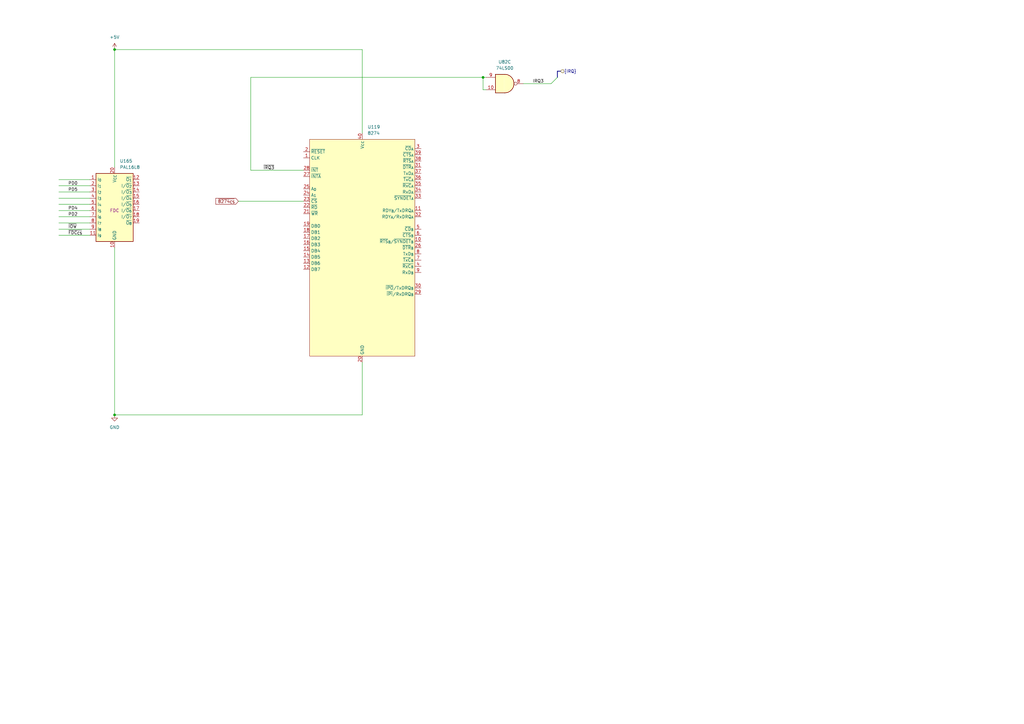
<source format=kicad_sch>
(kicad_sch (version 20250114) (generator "eeschema") (generator_version "9.0")
  (paper "A3")
  (lib_symbols
    (symbol "74xx:74LS00" (pin_names (offset 1.016))
      (property "Reference" "U" (at 0 1.27 0))
      (property "Value" "74LS00" (at 0 -1.27 0))
      (symbol "74LS00_1_1"
        (arc (start 0 3.81) (mid 3.7934 0) (end 0 -3.81) (stroke (width 0.254)) (fill (type background)))
        (polyline (pts (xy 0 3.81) (xy -3.81 3.81) (xy -3.81 -3.81) (xy 0 -3.81)) (stroke (width 0.254)) (fill (type background)))
        (pin input line (at -7.62 2.54 0) (length 3.81) (name "~") (number "1"))
        (pin input line (at -7.62 -2.54 0) (length 3.81) (name "~") (number "2"))
        (pin output inverted (at 7.62 0 180) (length 3.81) (name "~") (number "3"))
      )
      (symbol "74LS00_1_2"
        (arc (start -3.81 3.81) (mid -2.589 0) (end -3.81 -3.81) (stroke (width 0.254)))
        (polyline (pts (xy -3.81 3.81) (xy -0.635 3.81)) (stroke (width 0.254)) (fill (type background)))
        (polyline (pts (xy -3.81 -3.81) (xy -0.635 -3.81)) (stroke (width 0.254)) (fill (type background)))
        (arc (start 3.81 0) (mid 2.1855 -2.584) (end -0.6096 -3.81) (stroke (width 0.254)) (fill (type background)))
        (arc (start -0.6096 3.81) (mid 2.1928 2.5924) (end 3.81 0) (stroke (width 0.254)) (fill (type background)))
        (polyline (pts (xy -0.635 3.81) (xy -3.81 3.81) (xy -3.81 3.81) (xy -3.556 3.4036) (xy -3.0226 2.2606) (xy -2.6924 1.0414) (xy -2.6162 -0.254) (xy -2.7686 -1.4986) (xy -3.175 -2.7178) (xy -3.81 -3.81) (xy -3.81 -3.81) (xy -0.635 -3.81)) (stroke (width -25.4)) (fill (type background)))
        (pin input inverted (at -7.62 2.54 0) (length 4.318) (name "~") (number "1"))
        (pin input inverted (at -7.62 -2.54 0) (length 4.318) (name "~") (number "2"))
        (pin output line (at 7.62 0 180) (length 3.81) (name "~") (number "3"))
      )
      (symbol "74LS00_2_1"
        (arc (start 0 3.81) (mid 3.7934 0) (end 0 -3.81) (stroke (width 0.254)) (fill (type background)))
        (polyline (pts (xy 0 3.81) (xy -3.81 3.81) (xy -3.81 -3.81) (xy 0 -3.81)) (stroke (width 0.254)) (fill (type background)))
        (pin input line (at -7.62 2.54 0) (length 3.81) (name "~") (number "4"))
        (pin input line (at -7.62 -2.54 0) (length 3.81) (name "~") (number "5"))
        (pin output inverted (at 7.62 0 180) (length 3.81) (name "~") (number "6"))
      )
      (symbol "74LS00_2_2"
        (arc (start -3.81 3.81) (mid -2.589 0) (end -3.81 -3.81) (stroke (width 0.254)))
        (polyline (pts (xy -3.81 3.81) (xy -0.635 3.81)) (stroke (width 0.254)) (fill (type background)))
        (polyline (pts (xy -3.81 -3.81) (xy -0.635 -3.81)) (stroke (width 0.254)) (fill (type background)))
        (arc (start 3.81 0) (mid 2.1855 -2.584) (end -0.6096 -3.81) (stroke (width 0.254)) (fill (type background)))
        (arc (start -0.6096 3.81) (mid 2.1928 2.5924) (end 3.81 0) (stroke (width 0.254)) (fill (type background)))
        (polyline (pts (xy -0.635 3.81) (xy -3.81 3.81) (xy -3.81 3.81) (xy -3.556 3.4036) (xy -3.0226 2.2606) (xy -2.6924 1.0414) (xy -2.6162 -0.254) (xy -2.7686 -1.4986) (xy -3.175 -2.7178) (xy -3.81 -3.81) (xy -3.81 -3.81) (xy -0.635 -3.81)) (stroke (width -25.4)) (fill (type background)))
        (pin input inverted (at -7.62 2.54 0) (length 4.318) (name "~") (number "4"))
        (pin input inverted (at -7.62 -2.54 0) (length 4.318) (name "~") (number "5"))
        (pin output line (at 7.62 0 180) (length 3.81) (name "~") (number "6"))
      )
      (symbol "74LS00_3_1"
        (arc (start 0 3.81) (mid 3.7934 0) (end 0 -3.81) (stroke (width 0.254)) (fill (type background)))
        (polyline (pts (xy 0 3.81) (xy -3.81 3.81) (xy -3.81 -3.81) (xy 0 -3.81)) (stroke (width 0.254)) (fill (type background)))
        (pin input line (at -7.62 2.54 0) (length 3.81) (name "~") (number "9"))
        (pin input line (at -7.62 -2.54 0) (length 3.81) (name "~") (number "10"))
        (pin output inverted (at 7.62 0 180) (length 3.81) (name "~") (number "8"))
      )
      (symbol "74LS00_3_2"
        (arc (start -3.81 3.81) (mid -2.589 0) (end -3.81 -3.81) (stroke (width 0.254)))
        (polyline (pts (xy -3.81 3.81) (xy -0.635 3.81)) (stroke (width 0.254)) (fill (type background)))
        (polyline (pts (xy -3.81 -3.81) (xy -0.635 -3.81)) (stroke (width 0.254)) (fill (type background)))
        (arc (start 3.81 0) (mid 2.1855 -2.584) (end -0.6096 -3.81) (stroke (width 0.254)) (fill (type background)))
        (arc (start -0.6096 3.81) (mid 2.1928 2.5924) (end 3.81 0) (stroke (width 0.254)) (fill (type background)))
        (polyline (pts (xy -0.635 3.81) (xy -3.81 3.81) (xy -3.81 3.81) (xy -3.556 3.4036) (xy -3.0226 2.2606) (xy -2.6924 1.0414) (xy -2.6162 -0.254) (xy -2.7686 -1.4986) (xy -3.175 -2.7178) (xy -3.81 -3.81) (xy -3.81 -3.81) (xy -0.635 -3.81)) (stroke (width -25.4)) (fill (type background)))
        (pin input inverted (at -7.62 2.54 0) (length 4.318) (name "~") (number "9"))
        (pin input inverted (at -7.62 -2.54 0) (length 4.318) (name "~") (number "10"))
        (pin output line (at 7.62 0 180) (length 3.81) (name "~") (number "8"))
      )
      (symbol "74LS00_4_1"
        (arc (start 0 3.81) (mid 3.7934 0) (end 0 -3.81) (stroke (width 0.254)) (fill (type background)))
        (polyline (pts (xy 0 3.81) (xy -3.81 3.81) (xy -3.81 -3.81) (xy 0 -3.81)) (stroke (width 0.254)) (fill (type background)))
        (pin input line (at -7.62 2.54 0) (length 3.81) (name "~") (number "12"))
        (pin input line (at -7.62 -2.54 0) (length 3.81) (name "~") (number "13"))
        (pin output inverted (at 7.62 0 180) (length 3.81) (name "~") (number "11"))
      )
      (symbol "74LS00_4_2"
        (arc (start -3.81 3.81) (mid -2.589 0) (end -3.81 -3.81) (stroke (width 0.254)))
        (polyline (pts (xy -3.81 3.81) (xy -0.635 3.81)) (stroke (width 0.254)) (fill (type background)))
        (polyline (pts (xy -3.81 -3.81) (xy -0.635 -3.81)) (stroke (width 0.254)) (fill (type background)))
        (arc (start 3.81 0) (mid 2.1855 -2.584) (end -0.6096 -3.81) (stroke (width 0.254)) (fill (type background)))
        (arc (start -0.6096 3.81) (mid 2.1928 2.5924) (end 3.81 0) (stroke (width 0.254)) (fill (type background)))
        (polyline (pts (xy -0.635 3.81) (xy -3.81 3.81) (xy -3.81 3.81) (xy -3.556 3.4036) (xy -3.0226 2.2606) (xy -2.6924 1.0414) (xy -2.6162 -0.254) (xy -2.7686 -1.4986) (xy -3.175 -2.7178) (xy -3.81 -3.81) (xy -3.81 -3.81) (xy -0.635 -3.81)) (stroke (width -25.4)) (fill (type background)))
        (pin input inverted (at -7.62 2.54 0) (length 4.318) (name "~") (number "12"))
        (pin input inverted (at -7.62 -2.54 0) (length 4.318) (name "~") (number "13"))
        (pin output line (at 7.62 0 180) (length 3.81) (name "~") (number "11"))
      )
      (symbol "74LS00_5_0"
        (pin power_in line (at 0 12.7 270) (length 5.08) (name "VCC") (number "14"))
        (pin power_in line (at 0 -12.7 90) (length 5.08) (name "GND") (number "7"))
      )
      (symbol "74LS00_5_1"
        (rectangle (start -5.08 7.62) (end 5.08 -7.62) (stroke (width 0.254)) (fill (type background)))
      )
    )
    (symbol "Logic_Programmable:PAL16L8"
      (property "Reference" "U" (at -7.366 16.764 0))
      (property "Value" "PAL16L8" (at 1.27 16.764 0))
      (symbol "PAL16L8_0_0"
        (pin power_in line (at 0 -15.24 90) (length 2.54) (name "GND") (number "10"))
      )
      (symbol "PAL16L8_0_1"
        (rectangle (start -7.62 15.24) (end 7.62 -12.7) (stroke (width 0.254)) (fill (type background)))
      )
      (symbol "PAL16L8_1_0"
        (pin power_in line (at 0 17.78 270) (length 2.54) (name "V_{CC}") (number "20"))
      )
      (symbol "PAL16L8_1_1"
        (pin input line (at -10.16 12.7 0) (length 2.54) (name "I_{0}") (number "1"))
        (pin input line (at -10.16 10.16 0) (length 2.54) (name "I_{1}") (number "2"))
        (pin input line (at -10.16 7.62 0) (length 2.54) (name "I_{2}") (number "3"))
        (pin input line (at -10.16 5.08 0) (length 2.54) (name "I_{3}") (number "4"))
        (pin input line (at -10.16 2.54 0) (length 2.54) (name "I_{4}") (number "5"))
        (pin input line (at -10.16 0 0) (length 2.54) (name "I_{5}") (number "6"))
        (pin input line (at -10.16 -2.54 0) (length 2.54) (name "I_{6}") (number "7"))
        (pin input line (at -10.16 -5.08 0) (length 2.54) (name "I_{7}") (number "8"))
        (pin input line (at -10.16 -7.62 0) (length 2.54) (name "I_{8}") (number "9"))
        (pin input line (at -10.16 -10.16 0) (length 2.54) (name "I_{9}") (number "11"))
        (pin tri_state line (at 10.16 12.7 180) (length 2.54) (name "~{O_{1}}") (number "12"))
        (pin bidirectional line (at 10.16 10.16 180) (length 2.54) (name "I/~{O_{2}}") (number "13"))
        (pin bidirectional line (at 10.16 7.62 180) (length 2.54) (name "I/~{O_{3}}") (number "14"))
        (pin bidirectional line (at 10.16 5.08 180) (length 2.54) (name "I/~{O_{4}}") (number "15"))
        (pin bidirectional line (at 10.16 2.54 180) (length 2.54) (name "I/~{O_{5}}") (number "16"))
        (pin bidirectional line (at 10.16 0 180) (length 2.54) (name "I/~{O_{6}}") (number "17"))
        (pin bidirectional line (at 10.16 -2.54 180) (length 2.54) (name "I/~{O_{7}}") (number "18"))
        (pin tri_state line (at 10.16 -5.08 180) (length 2.54) (name "~{O_{8}}") (number "19"))
      )
    )
    (symbol "power:+5V" (power) (pin_numbers (hide yes)) (pin_names (offset 0) (hide yes))
      (property "Value" "+5V" (at 0 3.556 0))
      (symbol "+5V_0_1"
        (polyline (pts (xy -0.762 1.27) (xy 0 2.54)))
        (polyline (pts (xy 0 2.54) (xy 0.762 1.27)))
        (polyline (pts (xy 0 0) (xy 0 2.54)))
      )
      (symbol "+5V_1_1"
        (pin power_in line (at 0 0 90) (length 0) (name "~") (number "1"))
      )
    )
    (symbol "power:GND" (power) (pin_numbers (hide yes)) (pin_names (offset 0) (hide yes))
      (property "Value" "GND" (at 0 -3.81 0))
      (symbol "GND_0_1"
        (polyline (pts (xy 0 0) (xy 0 -1.27) (xy 1.27 -1.27) (xy 0 -2.54) (xy -1.27 -1.27) (xy 0 -1.27)))
      )
      (symbol "GND_1_1"
        (pin power_in line (at 0 0 270) (length 0) (name "~") (number "1"))
      )
    )
    (symbol "seequa:Intel_8274"
      (property "Reference" "U" (at 0.508 -0.254 0))
      (property "Value" "8274" (at 0 0 0))
      (symbol "Intel_8274_0_0"
        (pin input line (at -24.13 35.56 0) (length 2.54) (name "~{RESET}") (number "2"))
        (pin input line (at -24.13 33.02 0) (length 2.54) (name "CLK") (number "1"))
        (pin output line (at -24.13 27.94 0) (length 2.54) (name "~{INT}") (number "28"))
        (pin input line (at -24.13 25.4 0) (length 2.54) (name "~{INTA}") (number "27"))
        (pin input line (at -24.13 20.32 0) (length 2.54) (name "A_{0}") (number "25"))
        (pin input line (at -24.13 17.78 0) (length 2.54) (name "A_{1}") (number "24"))
        (pin input line (at -24.13 15.24 0) (length 2.54) (name "~{CS}") (number "23"))
        (pin input line (at -24.13 12.7 0) (length 2.54) (name "~{RD}") (number "22"))
        (pin input line (at -24.13 10.16 0) (length 2.54) (name "~{WR}") (number "21"))
        (pin bidirectional line (at -24.13 5.08 0) (length 2.54) (name "DB0") (number "19"))
        (pin bidirectional line (at -24.13 2.54 0) (length 2.54) (name "DB1") (number "18"))
        (pin bidirectional line (at -24.13 0 0) (length 2.54) (name "DB2") (number "17"))
        (pin bidirectional line (at -24.13 -2.54 0) (length 2.54) (name "DB3") (number "16"))
        (pin bidirectional line (at -24.13 -5.08 0) (length 2.54) (name "DB4") (number "15"))
        (pin bidirectional line (at -24.13 -7.62 0) (length 2.54) (name "DB5") (number "14"))
        (pin bidirectional line (at -24.13 -10.16 0) (length 2.54) (name "DB6") (number "13"))
        (pin bidirectional line (at -24.13 -12.7 0) (length 2.54) (name "DB7") (number "12"))
        (pin power_in line (at 0 43.18 270) (length 2.54) (name "Vcc") (number "40"))
        (pin power_in line (at 0 -50.8 90) (length 2.54) (name "GND") (number "20"))
        (pin input line (at 24.13 36.83 180) (length 2.54) (name "~{CD}_{A}") (number "3"))
        (pin input line (at 24.13 34.29 180) (length 2.54) (name "~{CTS}_{A}") (number "39"))
        (pin output line (at 24.13 31.75 180) (length 2.54) (name "~{RTS}_{A}") (number "38"))
        (pin output line (at 24.13 29.21 180) (length 2.54) (name "~{DTR}_{A}") (number "31"))
        (pin output line (at 24.13 26.67 180) (length 2.54) (name "TxD_{A}") (number "37"))
        (pin input line (at 24.13 24.13 180) (length 2.54) (name "~{TxC}_{A}") (number "36"))
        (pin input line (at 24.13 21.59 180) (length 2.54) (name "~{RxC}_{A}") (number "35"))
        (pin input line (at 24.13 19.05 180) (length 2.54) (name "RxD_{A}") (number "34"))
        (pin bidirectional line (at 24.13 16.51 180) (length 2.54) (name "~{SYNDET}_{A}") (number "33"))
        (pin output line (at 24.13 11.43 180) (length 2.54) (name "RDY_{B}/TxDRQ_{A}") (number "11"))
        (pin output line (at 24.13 8.89 180) (length 2.54) (name "RDY_{A}/RxDRQ_{A}") (number "32"))
        (pin input line (at 24.13 3.81 180) (length 2.54) (name "~{CD}_{B}") (number "5"))
        (pin input line (at 24.13 1.27 180) (length 2.54) (name "~{CTS}_{B}") (number "6"))
        (pin bidirectional line (at 24.13 -1.27 180) (length 2.54) (name "~{RTS}_{B}/~{SYNDET}_{B}") (number "10"))
        (pin output line (at 24.13 -3.81 180) (length 2.54) (name "~{DTR}_{B}") (number "26"))
        (pin output line (at 24.13 -6.35 180) (length 2.54) (name "TxD_{B}") (number "8"))
        (pin input line (at 24.13 -8.89 180) (length 2.54) (name "~{TxC}_{B}") (number "7"))
        (pin input line (at 24.13 -11.43 180) (length 2.54) (name "~{R_{X}C_{B}}") (number "4"))
        (pin input line (at 24.13 -13.97 180) (length 2.54) (name "RxD_{B}") (number "9"))
        (pin output line (at 24.13 -20.32 180) (length 2.54) (name "~{IPO}/TxDRQ_{B}") (number "30"))
        (pin bidirectional line (at 24.13 -22.86 180) (length 2.54) (name "~{IPI}/RxDRQ_{B}") (number "29"))
      )
      (symbol "Intel_8274_0_1"
        (rectangle (start -21.59 40.64) (end 21.59 -48.26) (fill (type background)))
      )
    )
  )
  (junction (at 46.99 20.32))
  (junction (at 46.99 170.18))
  (junction (at 198.12 31.75))
  (bus_entry (at 228.6 31.75) (size -2.54 2.54))
  (wire (pts (xy 102.87 69.85) (xy 102.87 31.75)))
  (wire (pts (xy 199.39 31.75) (xy 198.12 31.75)))
  (wire (pts (xy 36.83 73.66) (xy 24.13 73.66)))
  (wire (pts (xy 36.83 83.82) (xy 24.13 83.82)))
  (wire (pts (xy 46.99 170.18) (xy 148.59 170.18)))
  (wire (pts (xy 36.83 78.74) (xy 24.13 78.74)))
  (wire (pts (xy 36.83 93.98) (xy 24.13 93.98)))
  (wire (pts (xy 36.83 88.9) (xy 24.13 88.9)))
  (wire (pts (xy 36.83 86.36) (xy 24.13 86.36)))
  (wire (pts (xy 97.79 82.55) (xy 124.46 82.55)))
  (wire (pts (xy 36.83 96.52) (xy 24.13 96.52)))
  (wire (pts (xy 124.46 69.85) (xy 102.87 69.85)))
  (wire (pts (xy 36.83 76.2) (xy 24.13 76.2)))
  (wire (pts (xy 36.83 91.44) (xy 24.13 91.44)))
  (wire (pts (xy 46.99 101.6) (xy 46.99 170.18)))
  (bus (pts (xy 229.87 29.21) (xy 228.6 29.21)))
  (wire (pts (xy 36.83 81.28) (xy 24.13 81.28)))
  (wire (pts (xy 198.12 31.75) (xy 198.12 36.83)))
  (wire (pts (xy 148.59 20.32) (xy 148.59 54.61)))
  (wire (pts (xy 102.87 31.75) (xy 198.12 31.75)))
  (wire (pts (xy 46.99 20.32) (xy 148.59 20.32)))
  (bus (pts (xy 228.6 29.21) (xy 228.6 31.75)))
  (wire (pts (xy 148.59 170.18) (xy 148.59 148.59)))
  (wire (pts (xy 214.63 34.29) (xy 226.06 34.29)))
  (wire (pts (xy 46.99 68.58) (xy 46.99 20.32)))
  (wire (pts (xy 198.12 36.83) (xy 199.39 36.83)))
  (label "~{IRQ3}" (at 107.95 69.85 0))
  (label "PD0" (at 27.94 76.2 0))
  (label "PD2" (at 27.94 88.9 0))
  (label "~{FDC_{CS}}" (at 27.94 96.52 0))
  (label "~{IOW}" (at 27.94 93.98 0))
  (label "IRQ3" (at 218.44 34.29 0))
  (label "PD4" (at 27.94 86.36 0))
  (label "PD5" (at 27.94 78.74 0))
  (global_label "~{8274_{CS}}" (shape input) (at 97.79 82.55 180) (property "Intersheetrefs" "${INTERSHEET_REFS}" (effects (hide yes))))
  (hierarchical_label "{IRQ}" (shape input) (at 229.87 29.21 0))
  (symbol (lib_id "seequa:Intel_8274") (at 148.59 97.79 0) (unit 1)
    (property "Reference" "U119" (at 150.7333 52.07 0) (effects (justify left)))
    (property "Value" "8274" (at 150.7333 54.61 0) (effects (justify left)))
    (property "Footprint" "Package_DIP:DIP-40_W15.24mm_Socket" (effects (hide yes)))
    (property "Datasheet" "https://www.alldatasheet.com/datasheet-pdf/download/122949/INTEL/8274.html" (effects (hide yes)))
    (property "Description" "Intel 8274 Multi-Protocol Serial Controller (MPSC)" (effects (hide yes)))
  )
  (symbol (lib_id "power:GND") (at 46.99 170.18 0) (unit 1)
    (property "Reference" "#PWR064" (effects (hide yes)))
    (property "Value" "GND" (at 46.99 175.26 0))
    (property "Description" "Power symbol creates a global label with name \"GND\" , ground" (effects (hide yes)))
  )
  (symbol (lib_id "74xx:74LS00") (at 207.01 34.29 0) (unit 3)
    (property "Reference" "U82" (at 207.0017 25.4 0))
    (property "Value" "74LS00" (at 207.0017 27.94 0))
    (property "Footprint" "Package_DIP:DIP-14_W7.62mm" (effects (hide yes)))
    (property "Datasheet" "http://www.ti.com/lit/gpn/sn74ls00" (effects (hide yes)))
    (property "Description" "quad 2-input NAND gate" (effects (hide yes)))
  )
  (symbol (lib_id "power:+5V") (at 46.99 20.32 0) (unit 1)
    (property "Reference" "#PWR069" (effects (hide yes)))
    (property "Value" "+5V" (at 46.99 15.24 0))
    (property "Description" "Power symbol creates a global label with name \"+5V\"" (effects (hide yes)))
  )
  (symbol (lib_id "Logic_Programmable:PAL16L8") (at 46.99 86.36 0) (unit 1)
    (property "Reference" "U165" (at 49.1333 66.04 0) (effects (justify left)))
    (property "Value" "PAL16L8" (at 49.1333 68.58 0) (effects (justify left)))
    (property "Footprint" "Package_DIP:DIP-20_W7.62mm" (effects (hide yes)))
    (property "Datasheet" "https://docs.rs-online.com/53eb/0900766b8002a354.pdf" (effects (hide yes)))
    (property "Description" "Programmable Array Logic (PAL), Active-Low Combinatorial, DIP-20 / PLCC-20" (effects (hide yes)))
    (property "seq_partno" "AMPAL16L8DC" (effects (hide yes)))
    (property "seq_silkscreen" "FDC" (at 46.99 86.36 0))
  )
)
</source>
